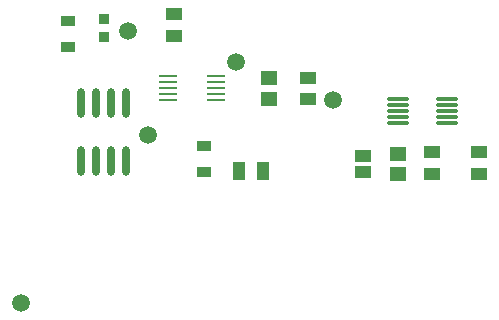
<source format=gtp>
G04 Layer_Color=7318015*
%FSLAX42Y42*%
%MOMM*%
G71*
G01*
G75*
%ADD10R,1.35X1.10*%
%ADD11R,1.45X1.05*%
%ADD12R,1.45X1.15*%
%ADD13R,1.30X0.90*%
%ADD14O,0.70X2.50*%
%ADD15O,2.00X0.30*%
%ADD16R,0.90X0.90*%
%ADD17O,1.55X0.25*%
%ADD18R,1.14X1.52*%
%ADD19C,1.52*%
D10*
X8150Y6460D02*
D03*
Y6600D02*
D03*
D11*
X7680Y7262D02*
D03*
Y7078D02*
D03*
X8730Y6447D02*
D03*
Y6632D02*
D03*
X9130Y6447D02*
D03*
Y6632D02*
D03*
X6550Y7803D02*
D03*
Y7618D02*
D03*
D12*
X8440Y6618D02*
D03*
Y6443D02*
D03*
X7350Y7257D02*
D03*
Y7082D02*
D03*
D13*
X5650Y7740D02*
D03*
Y7520D02*
D03*
X6800Y6465D02*
D03*
Y6685D02*
D03*
D14*
X6140Y7045D02*
D03*
X6013D02*
D03*
X5886D02*
D03*
X5759D02*
D03*
X6140Y6555D02*
D03*
X6013D02*
D03*
X5886D02*
D03*
X5759D02*
D03*
D15*
X8440Y7080D02*
D03*
Y7030D02*
D03*
Y6980D02*
D03*
Y6930D02*
D03*
Y6880D02*
D03*
X8860Y7080D02*
D03*
Y7030D02*
D03*
Y6980D02*
D03*
Y6930D02*
D03*
Y6880D02*
D03*
D16*
X5950Y7605D02*
D03*
Y7755D02*
D03*
D17*
X6903Y7075D02*
D03*
Y7125D02*
D03*
Y7175D02*
D03*
Y7225D02*
D03*
Y7275D02*
D03*
X6498Y7075D02*
D03*
Y7125D02*
D03*
Y7175D02*
D03*
Y7225D02*
D03*
Y7275D02*
D03*
D18*
X7098Y6475D02*
D03*
X7302D02*
D03*
D19*
X6160Y7660D02*
D03*
X6325Y6775D02*
D03*
X7890Y7070D02*
D03*
X7070Y7390D02*
D03*
X5250Y5350D02*
D03*
M02*

</source>
